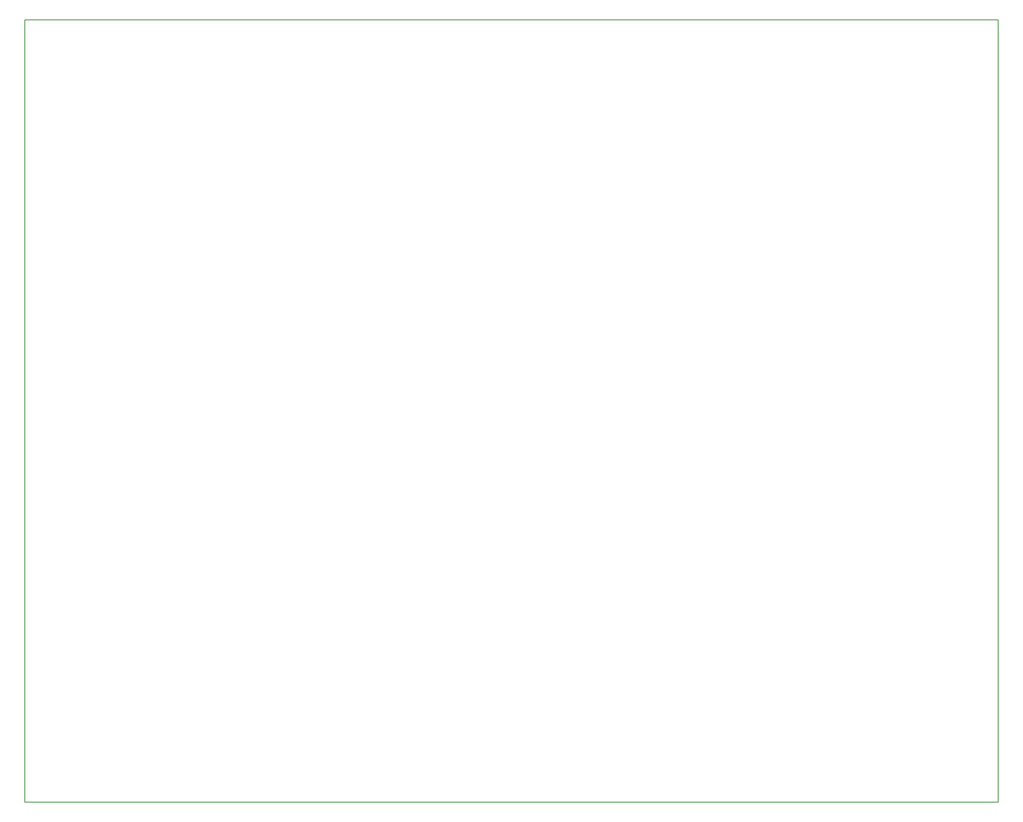
<source format=gbr>
%TF.GenerationSoftware,KiCad,Pcbnew,8.0.2*%
%TF.CreationDate,2024-07-09T15:06:59+02:00*%
%TF.ProjectId,PiADC-IO,50694144-432d-4494-9f2e-6b696361645f,1*%
%TF.SameCoordinates,Original*%
%TF.FileFunction,Profile,NP*%
%FSLAX46Y46*%
G04 Gerber Fmt 4.6, Leading zero omitted, Abs format (unit mm)*
G04 Created by KiCad (PCBNEW 8.0.2) date 2024-07-09 15:06:59*
%MOMM*%
%LPD*%
G01*
G04 APERTURE LIST*
%TA.AperFunction,Profile*%
%ADD10C,0.150000*%
%TD*%
G04 APERTURE END LIST*
D10*
X30737000Y-14000000D02*
X30737000Y-174020000D01*
X230000000Y-14000000D02*
X30737000Y-14000000D01*
X230000000Y-174020000D02*
X230000000Y-14000000D01*
X30737000Y-174020000D02*
X230000000Y-174020000D01*
M02*

</source>
